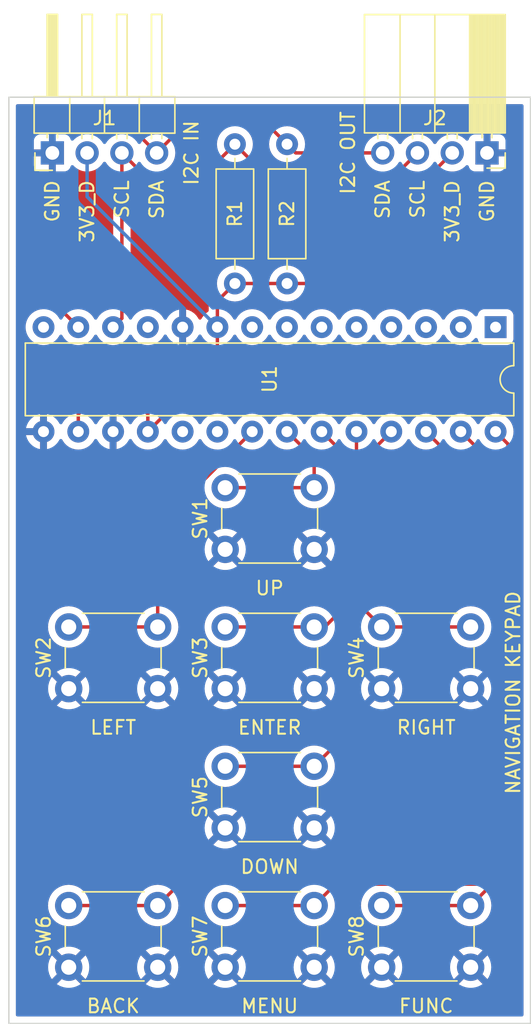
<source format=kicad_pcb>
(kicad_pcb (version 20240108) (generator "pcbnew") (generator_version "8.0")
  (title_block (title "Navigation Keypad") (date "2024-03-02") (rev "1.0.0"))
  (layers (0 "F.Cu" signal) (31 "B.Cu" signal) (34 "B.Paste" user) (35 "F.Paste" user) (36 "B.SilkS" user "B.Silkscreen") (37 "F.SilkS" user "F.Silkscreen") (38 "B.Mask" user) (39 "F.Mask" user) (44 "Edge.Cuts" user))
  (net 0 "")
  (net 1 "SDA")
  (net 2 "SCL")
  (net 3 "3V3_D")
  (net 4 "GND")
  (net 5 "Net-(U1-GPA1)")
  (net 6 "Net-(U1-GPA0)")
  (net 7 "Net-(U1-GPA2)")
  (net 8 "Net-(U1-GPA4)")
  (net 9 "Net-(U1-GPA3)")
  (net 10 "Net-(U1-GPA5)")
  (net 11 "Net-(U1-GPA6)")
  (net 12 "Net-(U1-GPA7)")
  (footprint "Button_Switch_THT:SW_PUSH_6mm" (layer "F.Cu") (at 107.24 77.76)
    (property "Reference" "SW1" (at -1.83 2.25 90) (layer "F.SilkS"))
    (property "Value" "SW_DIP_x01")
    (fp_line (start -0.25 1.5) (end -0.25 3) (stroke (width 0.12)) (layer "F.SilkS"))
    (fp_line (start 1 5.5) (end 5.5 5.5) (stroke (width 0.12)) (layer "F.SilkS"))
    (fp_line (start 5.5 -1) (end 1 -1) (stroke (width 0.12)) (layer "F.SilkS"))
    (fp_line (start 6.75 3) (end 6.75 1.5) (stroke (width 0.12)) (layer "F.SilkS"))
    (pad "1" thru_hole circle (at 0 0 90) (size 2 2) (drill 1.1) (layers "*.Cu" "*.Mask") (net 5 "Net-(U1-GPA1)"))
    (pad "1" thru_hole circle (at 6.5 0 90) (size 2 2) (drill 1.1) (layers "*.Cu" "*.Mask") (net 5 "Net-(U1-GPA1)"))
    (pad "2" thru_hole circle (at 0 4.5 90) (size 2 2) (drill 1.1) (layers "*.Cu" "*.Mask") (net 4 "GND"))
    (pad "2" thru_hole circle (at 6.5 4.5 90) (size 2 2) (drill 1.1) (layers "*.Cu" "*.Mask") (net 4 "GND"))
  )
  (footprint "Connector_PinSocket_2.54mm:PinSocket_1x04_P2.54mm_Horizontal" (layer "F.Cu") (at 126.365 53.34 -90)
    (property "Reference" "J2" (at -2.54 3.81 180) (layer "F.SilkS"))
    (property "Value" "Conn_01x04_Male")
    (fp_line (start -10.09 8.95) (end -1.46 8.95) (stroke (width 0.12)) (layer "F.SilkS"))
    (fp_line (start -1.46 7.98) (end -1.05 7.98) (stroke (width 0.12)) (layer "F.SilkS"))
    (fp_line (start -1.46 7.26) (end -1.05 7.26) (stroke (width 0.12)) (layer "F.SilkS"))
    (fp_line (start -10.09 6.35) (end -1.46 6.35) (stroke (width 0.12)) (layer "F.SilkS"))
    (fp_line (start -1.46 5.44) (end -1.05 5.44) (stroke (width 0.12)) (layer "F.SilkS"))
    (fp_line (start -1.46 4.72) (end -1.05 4.72) (stroke (width 0.12)) (layer "F.SilkS"))
    (fp_line (start -10.09 3.81) (end -1.46 3.81) (stroke (width 0.12)) (layer "F.SilkS"))
    (fp_line (start -1.46 2.9) (end -1.05 2.9) (stroke (width 0.12)) (layer "F.SilkS"))
    (fp_line (start -1.46 2.18) (end -1.05 2.18) (stroke (width 0.12)) (layer "F.SilkS"))
    (fp_line (start -10.09 1.27) (end -1.46 1.27) (stroke (width 0.12)) (layer "F.SilkS"))
    (fp_line (start -10.09 1.1519) (end -1.46 1.1519) (stroke (width 0.12)) (layer "F.SilkS"))
    (fp_line (start -10.09 1.033805) (end -1.46 1.033805) (stroke (width 0.12)) (layer "F.SilkS"))
    (fp_line (start -10.09 0.91571) (end -1.46 0.91571) (stroke (width 0.12)) (layer "F.SilkS"))
    (fp_line (start -10.09 0.797615) (end -1.46 0.797615) (stroke (width 0.12)) (layer "F.SilkS"))
    (fp_line (start -10.09 0.67952) (end -1.46 0.67952) (stroke (width 0.12)) (layer "F.SilkS"))
    (fp_line (start -10.09 0.561425) (end -1.46 0.561425) (stroke (width 0.12)) (layer "F.SilkS"))
    (fp_line (start -10.09 0.44333) (end -1.46 0.44333) (stroke (width 0.12)) (layer "F.SilkS"))
    (fp_line (start -1.46 0.36) (end -1.11 0.36) (stroke (width 0.12)) (layer "F.SilkS"))
    (fp_line (start -10.09 0.325235) (end -1.46 0.325235) (stroke (width 0.12)) (layer "F.SilkS"))
    (fp_line (start -10.09 0.20714) (end -1.46 0.20714) (stroke (width 0.12)) (layer "F.SilkS"))
    (fp_line (start -10.09 0.089045) (end -1.46 0.089045) (stroke (width 0.12)) (layer "F.SilkS"))
    (fp_line (start -10.09 -0.02905) (end -1.46 -0.02905) (stroke (width 0.12)) (layer "F.SilkS"))
    (fp_line (start -10.09 -0.147145) (end -1.46 -0.147145) (stroke (width 0.12)) (layer "F.SilkS"))
    (fp_line (start -10.09 -0.26524) (end -1.46 -0.26524) (stroke (width 0.12)) (layer "F.SilkS"))
    (fp_line (start -1.46 -0.36) (end -1.11 -0.36) (stroke (width 0.12)) (layer "F.SilkS"))
    (fp_line (start -10.09 -0.383335) (end -1.46 -0.383335) (stroke (width 0.12)) (layer "F.SilkS"))
    (fp_line (start -10.09 -0.50143) (end -1.46 -0.50143) (stroke (width 0.12)) (layer "F.SilkS"))
    (fp_line (start -10.09 -0.619525) (end -1.46 -0.619525) (stroke (width 0.12)) (layer "F.SilkS"))
    (fp_line (start -10.09 -0.73762) (end -1.46 -0.73762) (stroke (width 0.12)) (layer "F.SilkS"))
    (fp_line (start -10.09 -0.855715) (end -1.46 -0.855715) (stroke (width 0.12)) (layer "F.SilkS"))
    (fp_line (start -10.09 -0.97381) (end -1.46 -0.97381) (stroke (width 0.12)) (layer "F.SilkS"))
    (fp_line (start -10.09 -1.091905) (end -1.46 -1.091905) (stroke (width 0.12)) (layer "F.SilkS"))
    (fp_line (start -10.09 -1.21) (end -1.46 -1.21) (stroke (width 0.12)) (layer "F.SilkS"))
    (fp_line (start -10.09 -1.33) (end -10.09 8.95) (stroke (width 0.12)) (layer "F.SilkS"))
    (fp_line (start -10.09 -1.33) (end -1.46 -1.33) (stroke (width 0.12)) (layer "F.SilkS"))
    (fp_line (start -1.46 -1.33) (end -1.46 8.95) (stroke (width 0.12)) (layer "F.SilkS"))
    (fp_line (start 0 -1.33) (end 1.11 -1.33) (stroke (width 0.12)) (layer "F.SilkS"))
    (fp_line (start 1.11 -1.33) (end 1.11 0) (stroke (width 0.12)) (layer "F.SilkS"))
    (pad "1" thru_hole rect (at 0 0 270) (size 1.7 1.7) (drill 1) (layers "*.Cu" "*.Mask") (net 4 "GND"))
    (pad "2" thru_hole oval (at 0 2.54 270) (size 1.7 1.7) (drill 1) (layers "*.Cu" "*.Mask") (net 3 "3V3_D"))
    (pad "3" thru_hole oval (at 0 5.08 270) (size 1.7 1.7) (drill 1) (layers "*.Cu" "*.Mask") (net 2 "SCL"))
    (pad "4" thru_hole oval (at 0 7.62 270) (size 1.7 1.7) (drill 1) (layers "*.Cu" "*.Mask") (net 1 "SDA"))
  )
  (footprint "Resistor_THT:R_Axial_DIN0207_L6.3mm_D2.5mm_P10.16mm_Horizontal" (layer "F.Cu") (at 107.95 52.705 -90)
    (property "Reference" "R1" (at 5.08 0 90) (layer "F.SilkS"))
    (property "Value" "10KΩ")
    (fp_line (start 1.81 1.37) (end 8.35 1.37) (stroke (width 0.12)) (layer "F.SilkS"))
    (fp_line (start 8.35 1.37) (end 8.35 -1.37) (stroke (width 0.12)) (layer "F.SilkS"))
    (fp_line (start 1.04 0) (end 1.81 0) (stroke (width 0.12)) (layer "F.SilkS"))
    (fp_line (start 9.12 0) (end 8.35 0) (stroke (width 0.12)) (layer "F.SilkS"))
    (fp_line (start 1.81 -1.37) (end 1.81 1.37) (stroke (width 0.12)) (layer "F.SilkS"))
    (fp_line (start 8.35 -1.37) (end 1.81 -1.37) (stroke (width 0.12)) (layer "F.SilkS"))
    (pad "1" thru_hole circle (at 0 0 270) (size 1.6 1.6) (drill 0.8) (layers "*.Cu" "*.Mask") (net 2 "SCL"))
    (pad "2" thru_hole oval (at 10.16 0 270) (size 1.6 1.6) (drill 0.8) (layers "*.Cu" "*.Mask") (net 3 "3V3_D"))
  )
  (footprint "Button_Switch_THT:SW_PUSH_6mm" (layer "F.Cu") (at 107.24 108.24)
    (property "Reference" "SW7" (at -1.83 2.25 90) (layer "F.SilkS"))
    (property "Value" "SW_DIP_x01")
    (fp_line (start -0.25 1.5) (end -0.25 3) (stroke (width 0.12)) (layer "F.SilkS"))
    (fp_line (start 1 5.5) (end 5.5 5.5) (stroke (width 0.12)) (layer "F.SilkS"))
    (fp_line (start 5.5 -1) (end 1 -1) (stroke (width 0.12)) (layer "F.SilkS"))
    (fp_line (start 6.75 3) (end 6.75 1.5) (stroke (width 0.12)) (layer "F.SilkS"))
    (pad "1" thru_hole circle (at 0 0 90) (size 2 2) (drill 1.1) (layers "*.Cu" "*.Mask") (net 11 "Net-(U1-GPA6)"))
    (pad "1" thru_hole circle (at 6.5 0 90) (size 2 2) (drill 1.1) (layers "*.Cu" "*.Mask") (net 11 "Net-(U1-GPA6)"))
    (pad "2" thru_hole circle (at 0 4.5 90) (size 2 2) (drill 1.1) (layers "*.Cu" "*.Mask") (net 4 "GND"))
    (pad "2" thru_hole circle (at 6.5 4.5 90) (size 2 2) (drill 1.1) (layers "*.Cu" "*.Mask") (net 4 "GND"))
  )
  (footprint "Button_Switch_THT:SW_PUSH_6mm" (layer "F.Cu") (at 107.24 98.08)
    (property "Reference" "SW5" (at -1.83 2.25 90) (layer "F.SilkS"))
    (property "Value" "SW_DIP_x01")
    (fp_line (start -0.25 1.5) (end -0.25 3) (stroke (width 0.12)) (layer "F.SilkS"))
    (fp_line (start 1 5.5) (end 5.5 5.5) (stroke (width 0.12)) (layer "F.SilkS"))
    (fp_line (start 5.5 -1) (end 1 -1) (stroke (width 0.12)) (layer "F.SilkS"))
    (fp_line (start 6.75 3) (end 6.75 1.5) (stroke (width 0.12)) (layer "F.SilkS"))
    (pad "1" thru_hole circle (at 0 0 90) (size 2 2) (drill 1.1) (layers "*.Cu" "*.Mask") (net 9 "Net-(U1-GPA3)"))
    (pad "1" thru_hole circle (at 6.5 0 90) (size 2 2) (drill 1.1) (layers "*.Cu" "*.Mask") (net 9 "Net-(U1-GPA3)"))
    (pad "2" thru_hole circle (at 0 4.5 90) (size 2 2) (drill 1.1) (layers "*.Cu" "*.Mask") (net 4 "GND"))
    (pad "2" thru_hole circle (at 6.5 4.5 90) (size 2 2) (drill 1.1) (layers "*.Cu" "*.Mask") (net 4 "GND"))
  )
  (footprint "Package_DIP:DIP-28_W7.62mm" (layer "F.Cu") (at 126.99 66.05 -90)
    (property "Reference" "U1" (at 3.8 16.5 90) (layer "F.SilkS"))
    (property "Value" "MCP23017_SP")
    (fp_line (start 1.16 34.35) (end 6.46 34.35) (stroke (width 0.12)) (layer "F.SilkS"))
    (fp_line (start 6.46 34.35) (end 6.46 -1.33) (stroke (width 0.12)) (layer "F.SilkS"))
    (fp_line (start 1.16 -1.33) (end 1.16 34.35) (stroke (width 0.12)) (layer "F.SilkS"))
    (fp_line (start 2.81 -1.33) (end 1.16 -1.33) (stroke (width 0.12)) (layer "F.SilkS"))
    (fp_line (start 6.46 -1.33) (end 4.81 -1.33) (stroke (width 0.12)) (layer "F.SilkS"))
    (fp_arc (start 4.81 -1.33) (mid 3.81 -0.33) (end 2.81 -1.33) (stroke (width 0.12)) (layer "F.SilkS"))
    (pad "1" thru_hole rect (at 0 0 270) (size 1.6 1.6) (drill 0.8) (layers "*.Cu" "*.Mask"))
    (pad "2" thru_hole oval (at 0 2.54 270) (size 1.6 1.6) (drill 0.8) (layers "*.Cu" "*.Mask"))
    (pad "3" thru_hole oval (at 0 5.08 270) (size 1.6 1.6) (drill 0.8) (layers "*.Cu" "*.Mask"))
    (pad "4" thru_hole oval (at 0 7.62 270) (size 1.6 1.6) (drill 0.8) (layers "*.Cu" "*.Mask"))
    (pad "5" thru_hole oval (at 0 10.16 270) (size 1.6 1.6) (drill 0.8) (layers "*.Cu" "*.Mask"))
    (pad "6" thru_hole oval (at 0 12.7 270) (size 1.6 1.6) (drill 0.8) (layers "*.Cu" "*.Mask"))
    (pad "7" thru_hole oval (at 0 15.24 270) (size 1.6 1.6) (drill 0.8) (layers "*.Cu" "*.Mask"))
    (pad "8" thru_hole oval (at 0 17.78 270) (size 1.6 1.6) (drill 0.8) (layers "*.Cu" "*.Mask"))
    (pad "9" thru_hole oval (at 0 20.32 270) (size 1.6 1.6) (drill 0.8) (layers "*.Cu" "*.Mask") (net 3 "3V3_D"))
    (pad "10" thru_hole oval (at 0 22.86 270) (size 1.6 1.6) (drill 0.8) (layers "*.Cu" "*.Mask") (net 4 "GND"))
    (pad "11" thru_hole oval (at 0 25.4 270) (size 1.6 1.6) (drill 0.8) (layers "*.Cu" "*.Mask"))
    (pad "12" thru_hole oval (at 0 27.94 270) (size 1.6 1.6) (drill 0.8) (layers "*.Cu" "*.Mask") (net 2 "SCL"))
    (pad "13" thru_hole oval (at 0 30.48 270) (size 1.6 1.6) (drill 0.8) (layers "*.Cu" "*.Mask") (net 1 "SDA"))
    (pad "14" thru_hole oval (at 0 33.02 270) (size 1.6 1.6) (drill 0.8) (layers "*.Cu" "*.Mask"))
    (pad "15" thru_hole oval (at 7.62 33.02 270) (size 1.6 1.6) (drill 0.8) (layers "*.Cu" "*.Mask") (net 4 "GND"))
    (pad "16" thru_hole oval (at 7.62 30.48 270) (size 1.6 1.6) (drill 0.8) (layers "*.Cu" "*.Mask") (net 3 "3V3_D"))
    (pad "17" thru_hole oval (at 7.62 27.94 270) (size 1.6 1.6) (drill 0.8) (layers "*.Cu" "*.Mask") (net 4 "GND"))
    (pad "18" thru_hole oval (at 7.62 25.4 270) (size 1.6 1.6) (drill 0.8) (layers "*.Cu" "*.Mask") (net 3 "3V3_D"))
    (pad "19" thru_hole oval (at 7.62 22.86 270) (size 1.6 1.6) (drill 0.8) (layers "*.Cu" "*.Mask"))
    (pad "20" thru_hole oval (at 7.62 20.32 270) (size 1.6 1.6) (drill 0.8) (layers "*.Cu" "*.Mask"))
    (pad "21" thru_hole oval (at 7.62 17.78 270) (size 1.6 1.6) (drill 0.8) (layers "*.Cu" "*.Mask") (net 6 "Net-(U1-GPA0)"))
    (pad "22" thru_hole oval (at 7.62 15.24 270) (size 1.6 1.6) (drill 0.8) (layers "*.Cu" "*.Mask") (net 5 "Net-(U1-GPA1)"))
    (pad "23" thru_hole oval (at 7.62 12.7 270) (size 1.6 1.6) (drill 0.8) (layers "*.Cu" "*.Mask") (net 7 "Net-(U1-GPA2)"))
    (pad "24" thru_hole oval (at 7.62 10.16 270) (size 1.6 1.6) (drill 0.8) (layers "*.Cu" "*.Mask") (net 9 "Net-(U1-GPA3)"))
    (pad "25" thru_hole oval (at 7.62 7.62 270) (size 1.6 1.6) (drill 0.8) (layers "*.Cu" "*.Mask") (net 8 "Net-(U1-GPA4)"))
    (pad "26" thru_hole oval (at 7.62 5.08 270) (size 1.6 1.6) (drill 0.8) (layers "*.Cu" "*.Mask") (net 10 "Net-(U1-GPA5)"))
    (pad "27" thru_hole oval (at 7.62 2.54 270) (size 1.6 1.6) (drill 0.8) (layers "*.Cu" "*.Mask") (net 11 "Net-(U1-GPA6)"))
    (pad "28" thru_hole oval (at 7.62 0 270) (size 1.6 1.6) (drill 0.8) (layers "*.Cu" "*.Mask") (net 12 "Net-(U1-GPA7)"))
  )
  (footprint "Button_Switch_THT:SW_PUSH_6mm" (layer "F.Cu") (at 118.67 108.24)
    (property "Reference" "SW8" (at -1.83 2.25 90) (layer "F.SilkS"))
    (property "Value" "SW_DIP_x01")
    (fp_line (start -0.25 1.5) (end -0.25 3) (stroke (width 0.12)) (layer "F.SilkS"))
    (fp_line (start 1 5.5) (end 5.5 5.5) (stroke (width 0.12)) (layer "F.SilkS"))
    (fp_line (start 5.5 -1) (end 1 -1) (stroke (width 0.12)) (layer "F.SilkS"))
    (fp_line (start 6.75 3) (end 6.75 1.5) (stroke (width 0.12)) (layer "F.SilkS"))
    (pad "1" thru_hole circle (at 0 0 90) (size 2 2) (drill 1.1) (layers "*.Cu" "*.Mask") (net 12 "Net-(U1-GPA7)"))
    (pad "1" thru_hole circle (at 6.5 0 90) (size 2 2) (drill 1.1) (layers "*.Cu" "*.Mask") (net 12 "Net-(U1-GPA7)"))
    (pad "2" thru_hole circle (at 0 4.5 90) (size 2 2) (drill 1.1) (layers "*.Cu" "*.Mask") (net 4 "GND"))
    (pad "2" thru_hole circle (at 6.5 4.5 90) (size 2 2) (drill 1.1) (layers "*.Cu" "*.Mask") (net 4 "GND"))
  )
  (footprint "Button_Switch_THT:SW_PUSH_6mm" (layer "F.Cu") (at 118.67 87.92)
    (property "Reference" "SW4" (at -1.83 2.25 90) (layer "F.SilkS"))
    (property "Value" "SW_DIP_x01")
    (fp_line (start -0.25 1.5) (end -0.25 3) (stroke (width 0.12)) (layer "F.SilkS"))
    (fp_line (start 1 5.5) (end 5.5 5.5) (stroke (width 0.12)) (layer "F.SilkS"))
    (fp_line (start 5.5 -1) (end 1 -1) (stroke (width 0.12)) (layer "F.SilkS"))
    (fp_line (start 6.75 3) (end 6.75 1.5) (stroke (width 0.12)) (layer "F.SilkS"))
    (pad "1" thru_hole circle (at 0 0 90) (size 2 2) (drill 1.1) (layers "*.Cu" "*.Mask") (net 8 "Net-(U1-GPA4)"))
    (pad "1" thru_hole circle (at 6.5 0 90) (size 2 2) (drill 1.1) (layers "*.Cu" "*.Mask") (net 8 "Net-(U1-GPA4)"))
    (pad "2" thru_hole circle (at 0 4.5 90) (size 2 2) (drill 1.1) (layers "*.Cu" "*.Mask") (net 4 "GND"))
    (pad "2" thru_hole circle (at 6.5 4.5 90) (size 2 2) (drill 1.1) (layers "*.Cu" "*.Mask") (net 4 "GND"))
  )
  (footprint "Button_Switch_THT:SW_PUSH_6mm" (layer "F.Cu") (at 95.81 87.92)
    (property "Reference" "SW2" (at -1.83 2.25 90) (layer "F.SilkS"))
    (property "Value" "SW_DIP_x01")
    (fp_line (start -0.25 1.5) (end -0.25 3) (stroke (width 0.12)) (layer "F.SilkS"))
    (fp_line (start 1 5.5) (end 5.5 5.5) (stroke (width 0.12)) (layer "F.SilkS"))
    (fp_line (start 5.5 -1) (end 1 -1) (stroke (width 0.12)) (layer "F.SilkS"))
    (fp_line (start 6.75 3) (end 6.75 1.5) (stroke (width 0.12)) (layer "F.SilkS"))
    (pad "1" thru_hole circle (at 0 0 90) (size 2 2) (drill 1.1) (layers "*.Cu" "*.Mask") (net 6 "Net-(U1-GPA0)"))
    (pad "1" thru_hole circle (at 6.5 0 90) (size 2 2) (drill 1.1) (layers "*.Cu" "*.Mask") (net 6 "Net-(U1-GPA0)"))
    (pad "2" thru_hole circle (at 0 4.5 90) (size 2 2) (drill 1.1) (layers "*.Cu" "*.Mask") (net 4 "GND"))
    (pad "2" thru_hole circle (at 6.5 4.5 90) (size 2 2) (drill 1.1) (layers "*.Cu" "*.Mask") (net 4 "GND"))
  )
  (footprint "Connector_PinHeader_2.54mm:PinHeader_1x04_P2.54mm_Horizontal" (layer "F.Cu") (at 94.615 53.34 90)
    (property "Reference" "J1" (at 2.54 3.81 0) (layer "F.SilkS"))
    (property "Value" "Conn_01x04_Male")
    (fp_line (start 4.1 -1.33) (end 1.44 -1.33) (stroke (width 0.12)) (layer "F.SilkS"))
    (fp_line (start 1.44 -1.33) (end 1.44 8.95) (stroke (width 0.12)) (layer "F.SilkS"))
    (fp_line (start -1.27 -1.27) (end 0 -1.27) (stroke (width 0.12)) (layer "F.SilkS"))
    (fp_line (start 10.1 -0.38) (end 10.1 0.38) (stroke (width 0.12)) (layer "F.SilkS"))
    (fp_line (start 4.1 -0.38) (end 10.1 -0.38) (stroke (width 0.12)) (layer "F.SilkS"))
    (fp_line (start 1.11 -0.38) (end 1.44 -0.38) (stroke (width 0.12)) (layer "F.SilkS"))
    (fp_line (start 4.1 -0.32) (end 10.1 -0.32) (stroke (width 0.12)) (layer "F.SilkS"))
    (fp_line (start 4.1 -0.2) (end 10.1 -0.2) (stroke (width 0.12)) (layer "F.SilkS"))
    (fp_line (start 4.1 -0.08) (end 10.1 -0.08) (stroke (width 0.12)) (layer "F.SilkS"))
    (fp_line (start -1.27 0) (end -1.27 -1.27) (stroke (width 0.12)) (layer "F.SilkS"))
    (fp_line (start 4.1 0.04) (end 10.1 0.04) (stroke (width 0.12)) (layer "F.SilkS"))
    (fp_line (start 4.1 0.16) (end 10.1 0.16) (stroke (width 0.12)) (layer "F.SilkS"))
    (fp_line (start 4.1 0.28) (end 10.1 0.28) (stroke (width 0.12)) (layer "F.SilkS"))
    (fp_line (start 10.1 0.38) (end 4.1 0.38) (stroke (width 0.12)) (layer "F.SilkS"))
    (fp_line (start 1.11 0.38) (end 1.44 0.38) (stroke (width 0.12)) (layer "F.SilkS"))
    (fp_line (start 1.44 1.27) (end 4.1 1.27) (stroke (width 0.12)) (layer "F.SilkS"))
    (fp_line (start 10.1 2.16) (end 10.1 2.92) (stroke (width 0.12)) (layer "F.SilkS"))
    (fp_line (start 4.1 2.16) (end 10.1 2.16) (stroke (width 0.12)) (layer "F.SilkS"))
    (fp_line (start 1.042929 2.16) (end 1.44 2.16) (stroke (width 0.12)) (layer "F.SilkS"))
    (fp_line (start 10.1 2.92) (end 4.1 2.92) (stroke (width 0.12)) (layer "F.SilkS"))
    (fp_line (start 1.042929 2.92) (end 1.44 2.92) (stroke (width 0.12)) (layer "F.SilkS"))
    (fp_line (start 1.44 3.81) (end 4.1 3.81) (stroke (width 0.12)) (layer "F.SilkS"))
    (fp_line (start 10.1 4.7) (end 10.1 5.46) (stroke (width 0.12)) (layer "F.SilkS"))
    (fp_line (start 4.1 4.7) (end 10.1 4.7) (stroke (width 0.12)) (layer "F.SilkS"))
    (fp_line (start 1.042929 4.7) (end 1.44 4.7) (stroke (width 0.12)) (layer "F.SilkS"))
    (fp_line (start 10.1 5.46) (end 4.1 5.46) (stroke (width 0.12)) (layer "F.SilkS"))
    (fp_line (start 1.042929 5.46) (end 1.44 5.46) (stroke (width 0.12)) (layer "F.SilkS"))
    (fp_line (start 1.44 6.35) (end 4.1 6.35) (stroke (width 0.12)) (layer "F.SilkS"))
    (fp_line (start 10.1 7.24) (end 10.1 8) (stroke (width 0.12)) (layer "F.SilkS"))
    (fp_line (start 4.1 7.24) (end 10.1 7.24) (stroke (width 0.12)) (layer "F.SilkS"))
    (fp_line (start 1.042929 7.24) (end 1.44 7.24) (stroke (width 0.12)) (layer "F.SilkS"))
    (fp_line (start 10.1 8) (end 4.1 8) (stroke (width 0.12)) (layer "F.SilkS"))
    (fp_line (start 1.042929 8) (end 1.44 8) (stroke (width 0.12)) (layer "F.SilkS"))
    (fp_line (start 4.1 8.95) (end 4.1 -1.33) (stroke (width 0.12)) (layer "F.SilkS"))
    (fp_line (start 1.44 8.95) (end 4.1 8.95) (stroke (width 0.12)) (layer "F.SilkS"))
    (pad "1" thru_hole rect (at 0 0 90) (size 1.7 1.7) (drill 1) (layers "*.Cu" "*.Mask") (net 4 "GND"))
    (pad "2" thru_hole oval (at 0 2.54 90) (size 1.7 1.7) (drill 1) (layers "*.Cu" "*.Mask") (net 3 "3V3_D"))
    (pad "3" thru_hole oval (at 0 5.08 90) (size 1.7 1.7) (drill 1) (layers "*.Cu" "*.Mask") (net 2 "SCL"))
    (pad "4" thru_hole oval (at 0 7.62 90) (size 1.7 1.7) (drill 1) (layers "*.Cu" "*.Mask") (net 1 "SDA"))
  )
  (footprint "Button_Switch_THT:SW_PUSH_6mm" (layer "F.Cu") (at 95.81 108.24)
    (property "Reference" "SW6" (at -1.83 2.25 90) (layer "F.SilkS"))
    (property "Value" "SW_DIP_x01")
    (fp_line (start -0.25 1.5) (end -0.25 3) (stroke (width 0.12)) (layer "F.SilkS"))
    (fp_line (start 1 5.5) (end 5.5 5.5) (stroke (width 0.12)) (layer "F.SilkS"))
    (fp_line (start 5.5 -1) (end 1 -1) (stroke (width 0.12)) (layer "F.SilkS"))
    (fp_line (start 6.75 3) (end 6.75 1.5) (stroke (width 0.12)) (layer "F.SilkS"))
    (pad "1" thru_hole circle (at 0 0 90) (size 2 2) (drill 1.1) (layers "*.Cu" "*.Mask") (net 10 "Net-(U1-GPA5)"))
    (pad "1" thru_hole circle (at 6.5 0 90) (size 2 2) (drill 1.1) (layers "*.Cu" "*.Mask") (net 10 "Net-(U1-GPA5)"))
    (pad "2" thru_hole circle (at 0 4.5 90) (size 2 2) (drill 1.1) (layers "*.Cu" "*.Mask") (net 4 "GND"))
    (pad "2" thru_hole circle (at 6.5 4.5 90) (size 2 2) (drill 1.1) (layers "*.Cu" "*.Mask") (net 4 "GND"))
  )
  (footprint "Resistor_THT:R_Axial_DIN0207_L6.3mm_D2.5mm_P10.16mm_Horizontal" (layer "F.Cu") (at 111.76 52.705 -90)
    (property "Reference" "R2" (at 5.08 0 90) (layer "F.SilkS"))
    (property "Value" "10KΩ")
    (fp_line (start 1.81 1.37) (end 8.35 1.37) (stroke (width 0.12)) (layer "F.SilkS"))
    (fp_line (start 8.35 1.37) (end 8.35 -1.37) (stroke (width 0.12)) (layer "F.SilkS"))
    (fp_line (start 1.04 0) (end 1.81 0) (stroke (width 0.12)) (layer "F.SilkS"))
    (fp_line (start 9.12 0) (end 8.35 0) (stroke (width 0.12)) (layer "F.SilkS"))
    (fp_line (start 1.81 -1.37) (end 1.81 1.37) (stroke (width 0.12)) (layer "F.SilkS"))
    (fp_line (start 8.35 -1.37) (end 1.81 -1.37) (stroke (width 0.12)) (layer "F.SilkS"))
    (pad "1" thru_hole circle (at 0 0 270) (size 1.6 1.6) (drill 0.8) (layers "*.Cu" "*.Mask") (net 1 "SDA"))
    (pad "2" thru_hole oval (at 10.16 0 270) (size 1.6 1.6) (drill 0.8) (layers "*.Cu" "*.Mask") (net 3 "3V3_D"))
  )
  (footprint "Button_Switch_THT:SW_PUSH_6mm" (layer "F.Cu") (at 107.24 87.92)
    (property "Reference" "SW3" (at -1.83 2.25 90) (layer "F.SilkS"))
    (property "Value" "SW_DIP_x01")
    (fp_line (start -0.25 1.5) (end -0.25 3) (stroke (width 0.12)) (layer "F.SilkS"))
    (fp_line (start 1 5.5) (end 5.5 5.5) (stroke (width 0.12)) (layer "F.SilkS"))
    (fp_line (start 5.5 -1) (end 1 -1) (stroke (width 0.12)) (layer "F.SilkS"))
    (fp_line (start 6.75 3) (end 6.75 1.5) (stroke (width 0.12)) (layer "F.SilkS"))
    (pad "1" thru_hole circle (at 0 0 90) (size 2 2) (drill 1.1) (layers "*.Cu" "*.Mask") (net 7 "Net-(U1-GPA2)"))
    (pad "1" thru_hole circle (at 6.5 0 90) (size 2 2) (drill 1.1) (layers "*.Cu" "*.Mask") (net 7 "Net-(U1-GPA2)"))
    (pad "2" thru_hole circle (at 0 4.5 90) (size 2 2) (drill 1.1) (layers "*.Cu" "*.Mask") (net 4 "GND"))
    (pad "2" thru_hole circle (at 6.5 4.5 90) (size 2 2) (drill 1.1) (layers "*.Cu" "*.Mask") (net 4 "GND"))
  )
  (gr_rect (start 91.44 49.276) (end 129.54 116.84) (stroke (width 0.1)) (fill none) (layer "Edge.Cuts"))
  (gr_text "GND" (at 94.615 55.245 90) (layer "F.SilkS") (effects (font (size 1 1)) (justify right)))
  (gr_text "LEFT" (at 99.06 95.25 0) (layer "F.SilkS") (effects (font (size 1 1))))
  (gr_text "SCL" (at 121.285 55.245 90) (layer "F.SilkS") (effects (font (size 1 1)) (justify right)))
  (gr_text "NAVIGATION KEYPAD" (at 128.27 92.71 90) (layer "F.SilkS") (effects (font (size 1 1))))
  (gr_text "ENTER" (at 110.49 95.25 0) (layer "F.SilkS") (effects (font (size 1 1))))
  (gr_text "DOWN" (at 110.49 105.41 0) (layer "F.SilkS") (effects (font (size 1 1))))
  (gr_text "3V3_D" (at 97.155 55.245 90) (layer "F.SilkS") (effects (font (size 1 1)) (justify right)))
  (gr_text "SDA" (at 102.235 55.245 90) (layer "F.SilkS") (effects (font (size 1 1)) (justify right)))
  (gr_text "RIGHT" (at 121.92 95.25 0) (layer "F.SilkS") (effects (font (size 1 1))))
  (gr_text "BACK" (at 99.06 115.57 0) (layer "F.SilkS") (effects (font (size 1 1))))
  (gr_text "I2C IN" (at 104.775 53.34 90) (layer "F.SilkS") (effects (font (size 1 1))))
  (gr_text "3V3_D" (at 123.825 55.245 90) (layer "F.SilkS") (effects (font (size 1 1)) (justify right)))
  (gr_text "GND" (at 126.365 55.245 90) (layer "F.SilkS") (effects (font (size 1 1)) (justify right)))
  (gr_text "I2C OUT" (at 116.205 53.34 90) (layer "F.SilkS") (effects (font (size 1 1))))
  (gr_text "FUNC" (at 121.92 115.57 0) (layer "F.SilkS") (effects (font (size 1 1))))
  (gr_text "SCL" (at 99.695 55.245 90) (layer "F.SilkS") (effects (font (size 1 1)) (justify right)))
  (gr_text "SDA" (at 118.745 55.245 90) (layer "F.SilkS") (effects (font (size 1 1)) (justify right)))
  (gr_text "MENU" (at 110.49 115.57 0) (layer "F.SilkS") (effects (font (size 1 1))))
  (gr_text "UP" (at 110.49 85.09 0) (layer "F.SilkS") (effects (font (size 1 1))))
  (segment (start 102.235 53.34) (end 104.775 50.8) (width 0.25) (layer "F.Cu") (net 1))
  (segment (start 96.51 66.05) (end 92.075 61.615) (width 0.25) (layer "F.Cu") (net 1))
  (segment (start 92.964 51.308) (end 100.203 51.308) (width 0.25) (layer "F.Cu") (net 1))
  (segment (start 112.395 53.34) (end 118.745 53.34) (width 0.25) (layer "F.Cu") (net 1))
  (segment (start 92.075 61.615) (end 92.075 52.197) (width 0.25) (layer "F.Cu") (net 1))
  (segment (start 109.855 50.8) (end 112.395 53.34) (width 0.25) (layer "F.Cu") (net 1))
  (segment (start 100.203 51.308) (end 102.235 53.34) (width 0.25) (layer "F.Cu") (net 1))
  (segment (start 92.075 52.197) (end 92.964 51.308) (width 0.25) (layer "F.Cu") (net 1))
  (segment (start 104.775 50.8) (end 109.855 50.8) (width 0.25) (layer "F.Cu") (net 1))
  (segment (start 99.695 53.34) (end 99.695 65.405) (width 0.25) (layer "F.Cu") (net 2))
  (segment (start 119.38 55.245) (end 121.285 53.34) (width 0.25) (layer "F.Cu") (net 2))
  (segment (start 110.49 55.245) (end 119.38 55.245) (width 0.25) (layer "F.Cu") (net 2))
  (segment (start 107.95 52.705) (end 110.49 55.245) (width 0.25) (layer "F.Cu") (net 2))
  (segment (start 105.41 55.245) (end 107.95 52.705) (width 0.25) (layer "F.Cu") (net 2))
  (segment (start 101.6 55.245) (end 105.41 55.245) (width 0.25) (layer "F.Cu") (net 2))
  (segment (start 99.695 53.34) (end 101.6 55.245) (width 0.25) (layer "F.Cu") (net 2))
  (segment (start 99.695 65.405) (end 99.05 66.05) (width 0.25) (layer "F.Cu") (net 2))
  (segment (start 106.67 66.05) (end 106.68 66.04) (width 0.25) (layer "F.Cu") (net 3))
  (segment (start 106.67 66.05) (end 106.67 64.145) (width 0.25) (layer "F.Cu") (net 3))
  (segment (start 96.51 73.67) (end 96.51 72.4) (width 0.25) (layer "F.Cu") (net 3))
  (segment (start 107.95 62.865) (end 111.76 62.865) (width 0.25) (layer "F.Cu") (net 3))
  (segment (start 106.68 68.58) (end 106.68 67.945) (width 0.25) (layer "F.Cu") (net 3))
  (segment (start 106.67 64.145) (end 107.95 62.865) (width 0.25) (layer "F.Cu") (net 3))
  (segment (start 106.67 67.935) (end 106.67 66.05) (width 0.25) (layer "F.Cu") (net 3))
  (segment (start 111.76 62.865) (end 114.3 62.865) (width 0.25) (layer "F.Cu") (net 3))
  (segment (start 97.79 71.12) (end 100.33 71.12) (width 0.25) (layer "F.Cu") (net 3))
  (segment (start 106.68 67.945) (end 106.67 67.935) (width 0.25) (layer "F.Cu") (net 3))
  (segment (start 101.59 72.38) (end 101.59 73.67) (width 0.25) (layer "F.Cu") (net 3))
  (segment (start 96.51 72.4) (end 97.79 71.12) (width 0.25) (layer "F.Cu") (net 3))
  (segment (start 114.3 62.865) (end 123.825 53.34) (width 0.25) (layer "F.Cu") (net 3))
  (segment (start 101.59 73.67) (end 106.68 68.58) (width 0.25) (layer "F.Cu") (net 3))
  (segment (start 100.33 71.12) (end 101.59 72.38) (width 0.25) (layer "F.Cu") (net 3))
  (segment (start 97.155 53.34) (end 97.155 56.535) (width 0.25) (layer "B.Cu") (net 3))
  (segment (start 123.825 53.34) (end 124.46 53.34) (width 0.25) (layer "B.Cu") (net 3))
  (segment (start 97.155 56.535) (end 106.67 66.05) (width 0.25) (layer "B.Cu") (net 3))
  (segment (start 113.74 77.76) (end 107.24 77.76) (width 0.25) (layer "F.Cu") (net 5))
  (segment (start 111.77 73.67) (end 113.74 75.64) (width 0.25) (layer "F.Cu") (net 5))
  (segment (start 113.74 75.64) (end 113.74 77.76) (width 0.25) (layer "F.Cu") (net 5))
  (segment (start 111.75 73.67) (end 111.77 73.67) (width 0.25) (layer "F.Cu") (net 5))
  (segment (start 102.31 87.92) (end 95.81 87.92) (width 0.25) (layer "F.Cu") (net 6))
  (segment (start 109.21 73.67) (end 102.31 80.57) (width 0.25) (layer "F.Cu") (net 6))
  (segment (start 102.31 80.57) (end 102.31 87.92) (width 0.25) (layer "F.Cu") (net 6))
  (segment (start 114.51 87.92) (end 113.74 87.92) (width 0.25) (layer "F.Cu") (net 7))
  (segment (start 116.38048 75.76048) (end 116.38048 86.04952) (width 0.25) (layer "F.Cu") (net 7))
  (segment (start 113.74 87.92) (end 107.24 87.92) (width 0.25) (layer "F.Cu") (net 7))
  (segment (start 116.38048 86.04952) (end 114.51 87.92) (width 0.25) (layer "F.Cu") (net 7))
  (segment (start 114.29 73.67) (end 116.38048 75.76048) (width 0.25) (layer "F.Cu") (net 7))
  (segment (start 119.37 73.67) (end 117.27952 75.76048) (width 0.25) (layer "F.Cu") (net 8))
  (segment (start 117.27952 86.52952) (end 118.67 87.92) (width 0.25) (layer "F.Cu") (net 8))
  (segment (start 125.17 87.92) (end 118.67 87.92) (width 0.25) (layer "F.Cu") (net 8))
  (segment (start 117.27952 75.76048) (end 117.27952 86.52952) (width 0.25) (layer "F.Cu") (net 8))
  (segment (start 116.83 94.99) (end 113.74 98.08) (width 0.25) (layer "F.Cu") (net 9))
  (segment (start 113.74 98.08) (end 107.24 98.08) (width 0.25) (layer "F.Cu") (net 9))
  (segment (start 116.83 73.67) (end 116.83 94.99) (width 0.25) (layer "F.Cu") (net 9))
  (segment (start 125.908084 106.23048) (end 104.31952 106.23048) (width 0.25) (layer "F.Cu") (net 10))
  (segment (start 104.31952 106.23048) (end 102.31 108.24) (width 0.25) (layer "F.Cu") (net 10))
  (segment (start 127 78.76) (end 127 105.138564) (width 0.25) (layer "F.Cu") (net 10))
  (segment (start 121.91 73.67) (end 127 78.76) (width 0.25) (layer "F.Cu") (net 10))
  (segment (start 102.31 108.24) (end 95.81 108.24) (width 0.25) (layer "F.Cu") (net 10))
  (segment (start 127 105.138564) (end 125.908084 106.23048) (width 0.25) (layer "F.Cu") (net 10))
  (segment (start 115.3 106.68) (end 113.74 108.24) (width 0.25) (layer "F.Cu") (net 11))
  (segment (start 126.094282 106.68) (end 115.3 106.68) (width 0.25) (layer "F.Cu") (net 11))
  (segment (start 113.74 108.24) (end 107.24 108.24) (width 0.25) (layer "F.Cu") (net 11))
  (segment (start 127.44952 105.324762) (end 126.094282 106.68) (width 0.25) (layer "F.Cu") (net 11))
  (segment (start 124.45 73.67) (end 127.44952 76.66952) (width 0.25) (layer "F.Cu") (net 11))
  (segment (start 127.44952 76.66952) (end 127.44952 105.324762) (width 0.25) (layer "F.Cu") (net 11))
  (segment (start 127.89904 74.57904) (end 127.89904 105.51096) (width 0.25) (layer "F.Cu") (net 12))
  (segment (start 127.89904 105.51096) (end 125.17 108.24) (width 0.25) (layer "F.Cu") (net 12))
  (segment (start 125.17 108.24) (end 118.67 108.24) (width 0.25) (layer "F.Cu") (net 12))
  (segment (start 126.99 73.67) (end 127.89904 74.57904) (width 0.25) (layer "F.Cu") (net 12))
  (zone (net 4) (net_name "GND") (layer "F.Cu") (connect_pads (clearance 0.508)) (min_thickness 0.254) (fill yes (thermal_gap 0.508) (thermal_bridge_width 0.508) (island_removal_mode 2) (island_area_min 2))
    (polygon (pts (xy 129.032 116.332) (xy 91.948 116.332) (xy 91.948 49.784) (xy 129.032 49.784)))
  )
  (zone (net 4) (net_name "GND") (layer "B.Cu") (priority 1) (connect_pads (clearance 0.508)) (min_thickness 0.25) (fill yes (thermal_gap 0.5) (thermal_bridge_width 0.5))
    (polygon (pts (xy 91.948 49.784) (xy 91.948 116.332) (xy 129.032 116.332) (xy 129.032 49.784)))
  )
)
</source>
